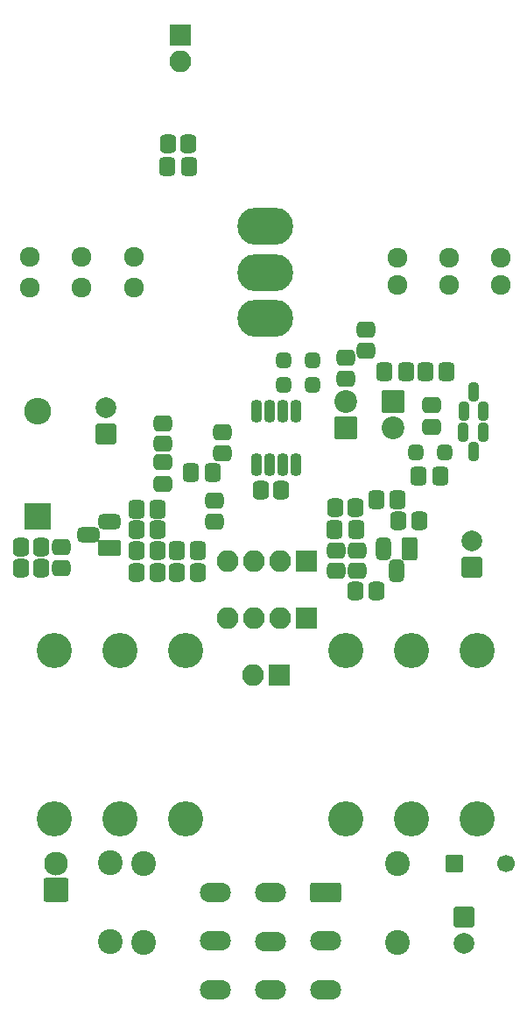
<source format=gbr>
%TF.GenerationSoftware,KiCad,Pcbnew,7.0.5.1-1-g8f565ef7f0-dirty-deb11*%
%TF.CreationDate,2023-08-09T09:00:20+00:00*%
%TF.ProjectId,GreenBean,47726565-6e42-4656-916e-2e6b69636164,rev?*%
%TF.SameCoordinates,Original*%
%TF.FileFunction,Soldermask,Top*%
%TF.FilePolarity,Negative*%
%FSLAX46Y46*%
G04 Gerber Fmt 4.6, Leading zero omitted, Abs format (unit mm)*
G04 Created by KiCad (PCBNEW 7.0.5.1-1-g8f565ef7f0-dirty-deb11) date 2023-08-09 09:00:20*
%MOMM*%
%LPD*%
G01*
G04 APERTURE LIST*
G04 Aperture macros list*
%AMRoundRect*
0 Rectangle with rounded corners*
0 $1 Rounding radius*
0 $2 $3 $4 $5 $6 $7 $8 $9 X,Y pos of 4 corners*
0 Add a 4 corners polygon primitive as box body*
4,1,4,$2,$3,$4,$5,$6,$7,$8,$9,$2,$3,0*
0 Add four circle primitives for the rounded corners*
1,1,$1+$1,$2,$3*
1,1,$1+$1,$4,$5*
1,1,$1+$1,$6,$7*
1,1,$1+$1,$8,$9*
0 Add four rect primitives between the rounded corners*
20,1,$1+$1,$2,$3,$4,$5,0*
20,1,$1+$1,$4,$5,$6,$7,0*
20,1,$1+$1,$6,$7,$8,$9,0*
20,1,$1+$1,$8,$9,$2,$3,0*%
G04 Aperture macros list end*
%ADD10RoundRect,0.200000X1.300000X0.750000X-1.300000X0.750000X-1.300000X-0.750000X1.300000X-0.750000X0*%
%ADD11O,3.000000X1.900000*%
%ADD12C,3.400000*%
%ADD13RoundRect,0.200000X-0.850000X-0.850000X0.850000X-0.850000X0.850000X0.850000X-0.850000X0.850000X0*%
%ADD14O,2.100000X2.100000*%
%ADD15RoundRect,0.200000X-0.850000X0.850000X-0.850000X-0.850000X0.850000X-0.850000X0.850000X0.850000X0*%
%ADD16RoundRect,0.200000X-0.800000X0.800000X-0.800000X-0.800000X0.800000X-0.800000X0.800000X0.800000X0*%
%ADD17C,2.000000*%
%ADD18RoundRect,0.200000X1.000000X0.950000X-1.000000X0.950000X-1.000000X-0.950000X1.000000X-0.950000X0*%
%ADD19C,2.300000*%
%ADD20C,2.398980*%
%ADD21RoundRect,0.200000X-0.650000X-0.650000X0.650000X-0.650000X0.650000X0.650000X-0.650000X0.650000X0*%
%ADD22C,1.700000*%
%ADD23RoundRect,0.450000X-0.350000X-0.450000X0.350000X-0.450000X0.350000X0.450000X-0.350000X0.450000X0*%
%ADD24O,5.400000X3.600000*%
%ADD25RoundRect,0.200000X0.900000X-0.900000X0.900000X0.900000X-0.900000X0.900000X-0.900000X-0.900000X0*%
%ADD26C,2.200000*%
%ADD27RoundRect,0.450000X0.350000X0.450000X-0.350000X0.450000X-0.350000X-0.450000X0.350000X-0.450000X0*%
%ADD28RoundRect,0.200000X-0.900000X0.900000X-0.900000X-0.900000X0.900000X-0.900000X0.900000X0.900000X0*%
%ADD29RoundRect,0.450000X-0.450000X0.350000X-0.450000X-0.350000X0.450000X-0.350000X0.450000X0.350000X0*%
%ADD30RoundRect,0.450000X-0.337500X-0.475000X0.337500X-0.475000X0.337500X0.475000X-0.337500X0.475000X0*%
%ADD31RoundRect,0.350000X-0.150000X0.725000X-0.150000X-0.725000X0.150000X-0.725000X0.150000X0.725000X0*%
%ADD32RoundRect,0.450000X-0.300000X-0.300000X0.300000X-0.300000X0.300000X0.300000X-0.300000X0.300000X0*%
%ADD33RoundRect,0.450000X0.337500X0.475000X-0.337500X0.475000X-0.337500X-0.475000X0.337500X-0.475000X0*%
%ADD34RoundRect,0.450000X0.300000X0.300000X-0.300000X0.300000X-0.300000X-0.300000X0.300000X-0.300000X0*%
%ADD35RoundRect,0.200000X0.800000X-0.800000X0.800000X0.800000X-0.800000X0.800000X-0.800000X-0.800000X0*%
%ADD36RoundRect,0.450000X0.450000X-0.350000X0.450000X0.350000X-0.450000X0.350000X-0.450000X-0.350000X0*%
%ADD37RoundRect,0.200000X0.550000X0.900000X-0.550000X0.900000X-0.550000X-0.900000X0.550000X-0.900000X0*%
%ADD38RoundRect,0.475000X0.275000X0.625000X-0.275000X0.625000X-0.275000X-0.625000X0.275000X-0.625000X0*%
%ADD39RoundRect,0.450000X0.475000X-0.337500X0.475000X0.337500X-0.475000X0.337500X-0.475000X-0.337500X0*%
%ADD40RoundRect,0.200000X0.900000X-0.550000X0.900000X0.550000X-0.900000X0.550000X-0.900000X-0.550000X0*%
%ADD41RoundRect,0.475000X0.625000X-0.275000X0.625000X0.275000X-0.625000X0.275000X-0.625000X-0.275000X0*%
%ADD42RoundRect,0.350000X0.150000X-0.587500X0.150000X0.587500X-0.150000X0.587500X-0.150000X-0.587500X0*%
%ADD43RoundRect,0.350000X-0.150000X0.587500X-0.150000X-0.587500X0.150000X-0.587500X0.150000X0.587500X0*%
%ADD44RoundRect,0.200000X1.100000X-1.100000X1.100000X1.100000X-1.100000X1.100000X-1.100000X-1.100000X0*%
%ADD45O,2.600000X2.600000*%
%ADD46C,1.924000*%
G04 APERTURE END LIST*
D10*
%TO.C,SW1*%
X148550000Y-137825000D03*
D11*
X143250000Y-137825000D03*
X137950000Y-137825000D03*
X148550000Y-142525000D03*
X143250000Y-142550000D03*
X137950000Y-142525000D03*
X148550000Y-147225000D03*
X143250000Y-147225000D03*
X137950000Y-147225000D03*
%TD*%
D12*
%TO.C,J3*%
X128660000Y-130730000D03*
X128660000Y-114500000D03*
X122310000Y-130730000D03*
X122310000Y-114500000D03*
X135010000Y-130730000D03*
X135010000Y-114500000D03*
%TD*%
D13*
%TO.C,J1*%
X134510000Y-55000000D03*
D14*
X134510000Y-57540000D03*
%TD*%
D15*
%TO.C,JOVGI1*%
X146700000Y-111350000D03*
D14*
X144160000Y-111350000D03*
X141620000Y-111350000D03*
X139080000Y-111350000D03*
%TD*%
D15*
%TO.C,JOVGI2*%
X146700000Y-105800000D03*
D14*
X144160000Y-105800000D03*
X141620000Y-105800000D03*
X139080000Y-105800000D03*
%TD*%
D16*
%TO.C,C2*%
X162000000Y-140200000D03*
D17*
X162000000Y-142700000D03*
%TD*%
D18*
%TO.C,D1*%
X122500000Y-137540000D03*
D19*
X122500000Y-135000000D03*
%TD*%
D20*
%TO.C,R1*%
X155500000Y-135000000D03*
X155500000Y-142620000D03*
%TD*%
%TO.C,R2*%
X127760000Y-142600000D03*
X127760000Y-134980000D03*
%TD*%
%TO.C,R3*%
X131010000Y-135000000D03*
X131010000Y-142620000D03*
%TD*%
D21*
%TO.C,C1*%
X161050000Y-135000000D03*
D22*
X166050000Y-135000000D03*
%TD*%
D15*
%TO.C,J4*%
X144140000Y-116810000D03*
D14*
X141600000Y-116810000D03*
%TD*%
D12*
%TO.C,J2*%
X156925000Y-114500000D03*
X156925000Y-130730000D03*
X163275000Y-114500000D03*
X163275000Y-130730000D03*
X150575000Y-114500000D03*
X150575000Y-130730000D03*
%TD*%
D23*
%TO.C,R14*%
X142310000Y-99000000D03*
X144310000Y-99000000D03*
%TD*%
D24*
%TO.C,SW2*%
X142710000Y-82400000D03*
X142710000Y-77950000D03*
X142710000Y-73500000D03*
%TD*%
D25*
%TO.C,D6*%
X150510000Y-92975000D03*
D26*
X150510000Y-90435000D03*
%TD*%
D27*
%TO.C,R19*%
X132310000Y-106900000D03*
X130310000Y-106900000D03*
%TD*%
D28*
%TO.C,D3*%
X155110000Y-90425000D03*
D26*
X155110000Y-92965000D03*
%TD*%
D29*
%TO.C,R12*%
X137810000Y-100000000D03*
X137810000Y-102000000D03*
%TD*%
D30*
%TO.C,C8*%
X135572500Y-97300000D03*
X137647500Y-97300000D03*
%TD*%
D23*
%TO.C,R22*%
X134210000Y-106900000D03*
X136210000Y-106900000D03*
%TD*%
D31*
%TO.C,U1*%
X145715000Y-91325000D03*
X144445000Y-91325000D03*
X143175000Y-91325000D03*
X141905000Y-91325000D03*
X141905000Y-96475000D03*
X143175000Y-96475000D03*
X144445000Y-96475000D03*
X145715000Y-96475000D03*
%TD*%
D29*
%TO.C,R20*%
X123010000Y-104500000D03*
X123010000Y-106500000D03*
%TD*%
D32*
%TO.C,D5*%
X144510000Y-88800000D03*
X147310000Y-88800000D03*
%TD*%
D33*
%TO.C,C4*%
X155547500Y-99900000D03*
X153472500Y-99900000D03*
%TD*%
D34*
%TO.C,D4*%
X147310000Y-86400000D03*
X144510000Y-86400000D03*
%TD*%
D35*
%TO.C,C13*%
X127310000Y-93552651D03*
D17*
X127310000Y-91052651D03*
%TD*%
D33*
%TO.C,C6*%
X156347500Y-87500000D03*
X154272500Y-87500000D03*
%TD*%
D27*
%TO.C,R7*%
X157610000Y-101900000D03*
X155610000Y-101900000D03*
%TD*%
D30*
%TO.C,C3*%
X149472500Y-102800000D03*
X151547500Y-102800000D03*
%TD*%
D29*
%TO.C,R11*%
X138610000Y-93400000D03*
X138610000Y-95400000D03*
%TD*%
D23*
%TO.C,R13*%
X133310000Y-65500000D03*
X135310000Y-65500000D03*
%TD*%
D33*
%TO.C,C12*%
X159647500Y-97600000D03*
X157572500Y-97600000D03*
%TD*%
D36*
%TO.C,R5*%
X151610000Y-106800000D03*
X151610000Y-104800000D03*
%TD*%
D33*
%TO.C,C9*%
X135347500Y-67700000D03*
X133272500Y-67700000D03*
%TD*%
D27*
%TO.C,R9*%
X151510000Y-100700000D03*
X149510000Y-100700000D03*
%TD*%
D37*
%TO.C,Q1*%
X156760000Y-104650000D03*
D38*
X155490000Y-106720000D03*
X154220000Y-104650000D03*
%TD*%
D23*
%TO.C,R6*%
X151510000Y-108700000D03*
X153510000Y-108700000D03*
%TD*%
%TO.C,R16*%
X119110000Y-104500000D03*
X121110000Y-104500000D03*
%TD*%
D35*
%TO.C,C10*%
X162710000Y-106400000D03*
D17*
X162710000Y-103900000D03*
%TD*%
D23*
%TO.C,R18*%
X130310000Y-102800000D03*
X132310000Y-102800000D03*
%TD*%
D39*
%TO.C,C11*%
X132810000Y-98337500D03*
X132810000Y-96262500D03*
%TD*%
D33*
%TO.C,C14*%
X132347500Y-100800000D03*
X130272500Y-100800000D03*
%TD*%
D30*
%TO.C,C5*%
X158210000Y-87500000D03*
X160285000Y-87500000D03*
%TD*%
D23*
%TO.C,R21*%
X130310000Y-104800000D03*
X132310000Y-104800000D03*
%TD*%
D40*
%TO.C,Q4*%
X127680000Y-104570000D03*
D41*
X125610000Y-103300000D03*
X127680000Y-102030000D03*
%TD*%
D42*
%TO.C,Q5*%
X161960000Y-91337500D03*
X163860000Y-91337500D03*
X162910000Y-89462500D03*
%TD*%
D36*
%TO.C,R8*%
X152510000Y-85500000D03*
X152510000Y-83500000D03*
%TD*%
D29*
%TO.C,R10*%
X150510000Y-86200000D03*
X150510000Y-88200000D03*
%TD*%
D39*
%TO.C,C7*%
X158810000Y-92837500D03*
X158810000Y-90762500D03*
%TD*%
D30*
%TO.C,C15*%
X134172500Y-104800000D03*
X136247500Y-104800000D03*
%TD*%
D43*
%TO.C,Q2*%
X163810000Y-93400000D03*
X161910000Y-93400000D03*
X162860000Y-95275000D03*
%TD*%
D36*
%TO.C,R17*%
X132810000Y-94500000D03*
X132810000Y-92500000D03*
%TD*%
D34*
%TO.C,D2*%
X160110000Y-95300000D03*
X157310000Y-95300000D03*
%TD*%
D23*
%TO.C,R15*%
X119110000Y-106500000D03*
X121110000Y-106500000D03*
%TD*%
D36*
%TO.C,R4*%
X149610000Y-106800000D03*
X149610000Y-104800000D03*
%TD*%
D44*
%TO.C,D7*%
X120710000Y-101480000D03*
D45*
X120710000Y-91320000D03*
%TD*%
D46*
%TO.C,LOW1*%
X155510000Y-79154168D03*
X160510000Y-79154168D03*
X165510000Y-79154168D03*
%TD*%
%TO.C,TONE1*%
X130010000Y-76445832D03*
X125010000Y-76445832D03*
X120010000Y-76445832D03*
%TD*%
%TO.C,DRIVE1*%
X165510000Y-76550000D03*
X160510000Y-76550000D03*
X155510000Y-76550000D03*
%TD*%
%TO.C,VOL1*%
X120010000Y-79404168D03*
X125010000Y-79404168D03*
X130010000Y-79404168D03*
%TD*%
M02*

</source>
